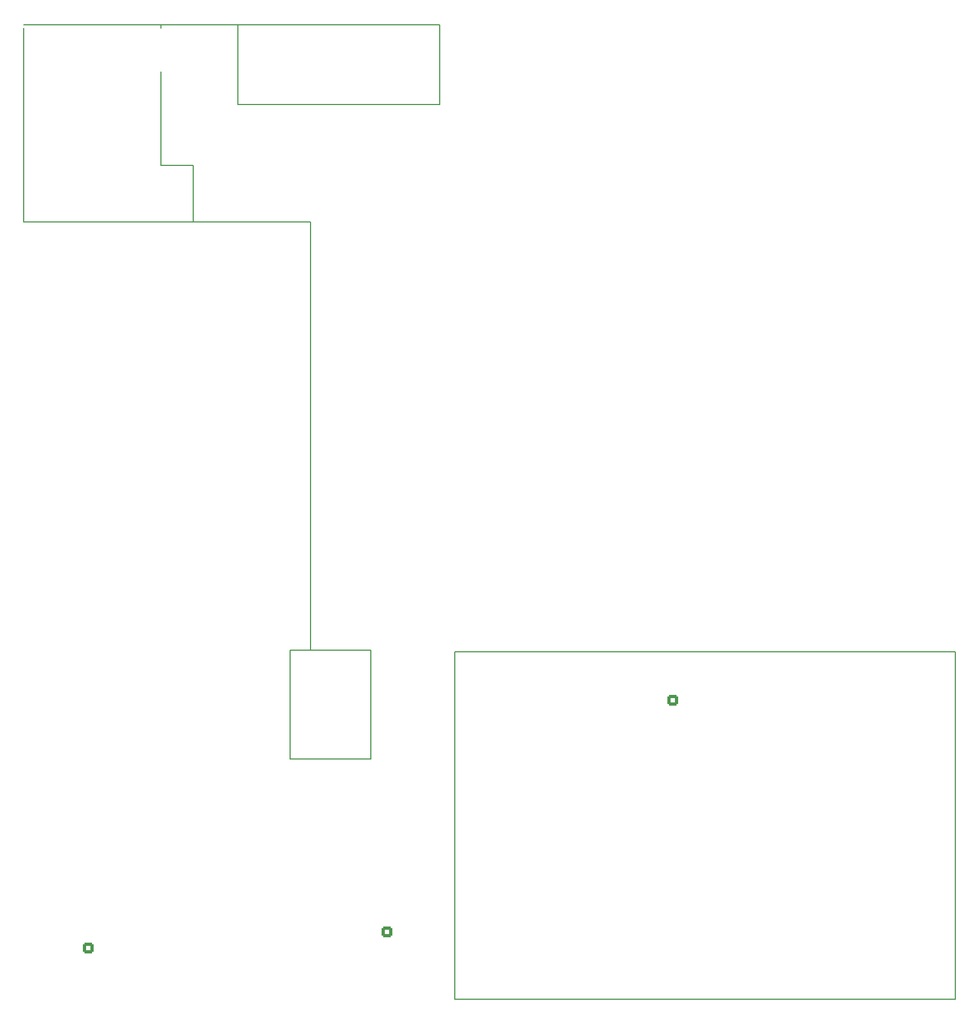
<source format=gbr>
%TF.GenerationSoftware,KiCad,Pcbnew,(6.0.5)*%
%TF.CreationDate,2023-01-24T13:05:23+01:00*%
%TF.ProjectId,Panel,50616e65-6c2e-46b6-9963-61645f706362,rev?*%
%TF.SameCoordinates,Original*%
%TF.FileFunction,Legend,Bot*%
%TF.FilePolarity,Positive*%
%FSLAX46Y46*%
G04 Gerber Fmt 4.6, Leading zero omitted, Abs format (unit mm)*
G04 Created by KiCad (PCBNEW (6.0.5)) date 2023-01-24 13:05:23*
%MOMM*%
%LPD*%
G01*
G04 APERTURE LIST*
G04 Aperture macros list*
%AMRoundRect*
0 Rectangle with rounded corners*
0 $1 Rounding radius*
0 $2 $3 $4 $5 $6 $7 $8 $9 X,Y pos of 4 corners*
0 Add a 4 corners polygon primitive as box body*
4,1,4,$2,$3,$4,$5,$6,$7,$8,$9,$2,$3,0*
0 Add four circle primitives for the rounded corners*
1,1,$1+$1,$2,$3*
1,1,$1+$1,$4,$5*
1,1,$1+$1,$6,$7*
1,1,$1+$1,$8,$9*
0 Add four rect primitives between the rounded corners*
20,1,$1+$1,$2,$3,$4,$5,0*
20,1,$1+$1,$4,$5,$6,$7,0*
20,1,$1+$1,$6,$7,$8,$9,0*
20,1,$1+$1,$8,$9,$2,$3,0*%
G04 Aperture macros list end*
%ADD10C,0.150000*%
%ADD11C,1.500000*%
%ADD12R,1.600000X1.600000*%
%ADD13O,1.600000X1.600000*%
%ADD14O,3.048000X1.850000*%
%ADD15C,2.700000*%
%ADD16C,3.000000*%
%ADD17C,1.600000*%
%ADD18R,2.500000X2.500000*%
%ADD19C,2.500000*%
%ADD20C,2.400000*%
%ADD21O,2.400000X2.400000*%
%ADD22R,1.500000X1.050000*%
%ADD23O,1.500000X1.050000*%
%ADD24R,2.400000X2.400000*%
%ADD25R,1.700000X1.700000*%
%ADD26O,1.700000X1.700000*%
%ADD27R,1.730000X2.030000*%
%ADD28O,1.730000X2.030000*%
%ADD29RoundRect,0.250000X0.600000X-0.600000X0.600000X0.600000X-0.600000X0.600000X-0.600000X-0.600000X0*%
%ADD30C,1.700000*%
%ADD31R,2.000000X1.905000*%
%ADD32O,2.000000X1.905000*%
%ADD33R,2.600000X1.800000*%
%ADD34O,2.600000X1.800000*%
%ADD35C,2.000000*%
%ADD36R,2.200000X2.200000*%
%ADD37O,2.200000X2.200000*%
%ADD38R,3.000000X3.000000*%
%ADD39C,2.600000*%
%ADD40C,2.340000*%
%ADD41C,1.000000*%
%ADD42RoundRect,0.250000X-0.600000X0.600000X-0.600000X-0.600000X0.600000X-0.600000X0.600000X0.600000X0*%
%ADD43O,2.200000X2.800000*%
G04 APERTURE END LIST*
D10*
X48641000Y-37846000D02*
X48641000Y-26670000D01*
X72136000Y-88646000D02*
X72136000Y-112776000D01*
X72136000Y-112776000D02*
X72136000Y-114046000D01*
X48641000Y-15748000D02*
X60706000Y-15748000D01*
X94869000Y-114300000D02*
X173609000Y-114300000D01*
X173609000Y-114300000D02*
X173609000Y-168910000D01*
X173609000Y-168910000D02*
X94869000Y-168910000D01*
X94869000Y-168910000D02*
X94869000Y-114300000D01*
X53721000Y-46736000D02*
X70866000Y-46736000D01*
X60706000Y-15748000D02*
X60706000Y-28321000D01*
X68961000Y-114046000D02*
X81661000Y-114046000D01*
X81661000Y-114046000D02*
X81661000Y-131191000D01*
X81661000Y-131191000D02*
X68961000Y-131191000D01*
X68961000Y-131191000D02*
X68961000Y-114046000D01*
X48641000Y-23749000D02*
X48641000Y-23114000D01*
X71501000Y-46736000D02*
X72136000Y-46736000D01*
X60706000Y-28321000D02*
X92456000Y-28321000D01*
X53721000Y-37846000D02*
X48641000Y-37846000D01*
X27051000Y-46736000D02*
X53721000Y-46736000D01*
X53721000Y-46736000D02*
X53721000Y-37846000D01*
X27051000Y-16256000D02*
X27051000Y-46736000D01*
X48641000Y-26670000D02*
X48641000Y-23749000D01*
X60706000Y-15748000D02*
X92456000Y-15748000D01*
X72136000Y-46736000D02*
X72136000Y-88646000D01*
X48641000Y-15748000D02*
X48641000Y-16256000D01*
X27051000Y-15748000D02*
X48641000Y-15748000D01*
X70866000Y-46736000D02*
X71501000Y-46736000D01*
X92456000Y-28321000D02*
X92456000Y-15748000D01*
%LPC*%
D11*
%TO.C,Y2*%
X25527000Y-94887000D03*
X25527000Y-90007000D03*
%TD*%
D12*
%TO.C,D7*%
X99441000Y-55880000D03*
D13*
X91821000Y-55880000D03*
%TD*%
D14*
%TO.C,SW3*%
X112549000Y-162560000D03*
X100049000Y-162560000D03*
X112549000Y-157560000D03*
X100049000Y-157560000D03*
%TD*%
D15*
%TO.C,F3*%
X142801000Y-41021000D03*
D16*
X154051000Y-41021000D03*
X131551000Y-41021000D03*
%TD*%
D17*
%TO.C,C28*%
X25761000Y-100330000D03*
X23261000Y-100330000D03*
%TD*%
D18*
%TO.C,J9*%
X165981000Y-80986000D03*
D19*
X165981000Y-75986000D03*
%TD*%
D20*
%TO.C,R17*%
X133731000Y-81031000D03*
D21*
X133731000Y-50551000D03*
%TD*%
D20*
%TO.C,R9*%
X82926000Y-88646000D03*
D21*
X113406000Y-88646000D03*
%TD*%
D12*
%TO.C,D4*%
X88773000Y-112014000D03*
D13*
X81153000Y-112014000D03*
%TD*%
D14*
%TO.C,SW8*%
X140489000Y-134620000D03*
X127989000Y-134620000D03*
X140489000Y-129620000D03*
X127989000Y-129620000D03*
%TD*%
D18*
%TO.C,J8*%
X165981000Y-93686000D03*
D19*
X165981000Y-88686000D03*
%TD*%
D22*
%TO.C,Q2*%
X89281000Y-44196000D03*
D23*
X89281000Y-42926000D03*
X89281000Y-41656000D03*
%TD*%
D14*
%TO.C,SW6*%
X150649000Y-148590000D03*
X138149000Y-148590000D03*
X150649000Y-143590000D03*
X138149000Y-143590000D03*
%TD*%
D24*
%TO.C,C14*%
X150241000Y-101129959D03*
D20*
X150241000Y-96129959D03*
%TD*%
D25*
%TO.C,J4*%
X54488000Y-33005000D03*
D26*
X51948000Y-33005000D03*
X54488000Y-30465000D03*
X51948000Y-30465000D03*
X54488000Y-27925000D03*
X51948000Y-27925000D03*
%TD*%
D18*
%TO.C,J7*%
X165981000Y-106386000D03*
D19*
X165981000Y-101386000D03*
%TD*%
D17*
%TO.C,F1*%
X73787000Y-72136000D03*
D13*
X73787000Y-59436000D03*
%TD*%
D27*
%TO.C,J5*%
X37891000Y-19691000D03*
D28*
X40431000Y-19691000D03*
X42971000Y-19691000D03*
%TD*%
D29*
%TO.C,J13*%
X129154000Y-121965000D03*
D30*
X129154000Y-119425000D03*
X131694000Y-121965000D03*
X131694000Y-119425000D03*
X134234000Y-121965000D03*
X134234000Y-119425000D03*
X136774000Y-121965000D03*
X136774000Y-119425000D03*
X139314000Y-121965000D03*
X139314000Y-119425000D03*
%TD*%
D31*
%TO.C,U3*%
X103576000Y-65786000D03*
D32*
X103576000Y-68326000D03*
X103576000Y-70866000D03*
%TD*%
D29*
%TO.C,J12*%
X37211000Y-160899500D03*
D30*
X37211000Y-158359500D03*
X39751000Y-160899500D03*
X39751000Y-158359500D03*
X42291000Y-160899500D03*
X42291000Y-158359500D03*
X44831000Y-160899500D03*
X44831000Y-158359500D03*
X47371000Y-160899500D03*
X47371000Y-158359500D03*
%TD*%
D15*
%TO.C,F2*%
X142801000Y-28956000D03*
D16*
X154051000Y-28956000D03*
X131551000Y-28956000D03*
%TD*%
D14*
%TO.C,SW2*%
X112549000Y-148590000D03*
X100049000Y-148590000D03*
X112549000Y-143590000D03*
X100049000Y-143590000D03*
%TD*%
D19*
%TO.C,U5*%
X21309000Y-146942000D03*
X57309000Y-69442000D03*
X21309000Y-67942000D03*
X57309000Y-145442000D03*
D33*
X59309000Y-106222000D03*
D34*
X59309000Y-108762000D03*
X59309000Y-111302000D03*
X59309000Y-113842000D03*
X59309000Y-116382000D03*
X59309000Y-118922000D03*
X59309000Y-121462000D03*
X59309000Y-124002000D03*
X59309000Y-126542000D03*
X59309000Y-129082000D03*
X59309000Y-131622000D03*
X59309000Y-134162000D03*
X59306460Y-136707080D03*
X59309000Y-139242000D03*
X59309000Y-101142000D03*
X59306460Y-103687080D03*
%TD*%
D14*
%TO.C,SW5*%
X130329000Y-148590000D03*
X117829000Y-148590000D03*
X130329000Y-143590000D03*
X117829000Y-143590000D03*
%TD*%
D24*
%TO.C,C17*%
X150241000Y-59219959D03*
D20*
X150241000Y-54219959D03*
%TD*%
D17*
%TO.C,C27*%
X23261000Y-84328000D03*
X25761000Y-84328000D03*
%TD*%
D24*
%TO.C,C15*%
X150241000Y-87159959D03*
D20*
X150241000Y-82159959D03*
%TD*%
D18*
%TO.C,J2*%
X165981000Y-42056000D03*
D19*
X165981000Y-37056000D03*
%TD*%
D22*
%TO.C,U9*%
X80666000Y-51181000D03*
D23*
X80666000Y-52451000D03*
X80666000Y-53721000D03*
%TD*%
D12*
%TO.C,C23*%
X86995000Y-139066651D03*
D17*
X86995000Y-135566651D03*
%TD*%
D18*
%TO.C,J10*%
X165981000Y-68286000D03*
D19*
X165981000Y-63286000D03*
%TD*%
D31*
%TO.C,U2*%
X119288500Y-65786000D03*
D32*
X119288500Y-68326000D03*
X119288500Y-70866000D03*
%TD*%
D17*
%TO.C,F5*%
X96901000Y-18796000D03*
D13*
X109601000Y-18796000D03*
%TD*%
D14*
%TO.C,SW1*%
X112549000Y-134620000D03*
X100049000Y-134620000D03*
X112549000Y-129620000D03*
X100049000Y-129620000D03*
%TD*%
D22*
%TO.C,Q1*%
X81259000Y-105918000D03*
D23*
X81259000Y-104648000D03*
X81259000Y-103378000D03*
%TD*%
D18*
%TO.C,J11*%
X165981000Y-55586000D03*
D19*
X165981000Y-50586000D03*
%TD*%
D35*
%TO.C,SW10*%
X29031000Y-156174000D03*
X22531000Y-156174000D03*
X29031000Y-151674000D03*
X22531000Y-151674000D03*
%TD*%
D14*
%TO.C,SW7*%
X168429000Y-148590000D03*
X155929000Y-148590000D03*
X168429000Y-143590000D03*
X155929000Y-143590000D03*
%TD*%
%TO.C,SW9*%
X140489000Y-162560000D03*
X127989000Y-162560000D03*
X140489000Y-157560000D03*
X127989000Y-157560000D03*
%TD*%
%TO.C,SW4*%
X168429000Y-162560000D03*
X155929000Y-162560000D03*
X168429000Y-157560000D03*
X155929000Y-157560000D03*
%TD*%
D12*
%TO.C,C35*%
X74676000Y-47685888D03*
D17*
X74676000Y-49685888D03*
%TD*%
D36*
%TO.C,D8*%
X30861000Y-39370000D03*
D37*
X30861000Y-29210000D03*
%TD*%
D22*
%TO.C,Q3*%
X38375000Y-41275000D03*
D23*
X38375000Y-42545000D03*
X38375000Y-43815000D03*
%TD*%
D16*
%TO.C,K1*%
X107733500Y-100178500D03*
X102733500Y-107678500D03*
X112733500Y-107678500D03*
D38*
X87733500Y-100178500D03*
D16*
X87733500Y-107678500D03*
%TD*%
D39*
%TO.C,L1*%
X41021000Y-31536000D03*
X41021000Y-36536000D03*
%TD*%
D40*
%TO.C,RV1*%
X63540000Y-139257000D03*
X68540000Y-141757000D03*
X63540000Y-144257000D03*
%TD*%
D16*
%TO.C,K2*%
X116623500Y-50528500D03*
X116623500Y-43028500D03*
X111623500Y-50528500D03*
X111623500Y-43028500D03*
X121623500Y-43028500D03*
X121623500Y-50528500D03*
D38*
X96623500Y-43028500D03*
D16*
X96623500Y-50528500D03*
%TD*%
D22*
%TO.C,Q5*%
X89281000Y-32766000D03*
D23*
X89281000Y-31496000D03*
X89281000Y-30226000D03*
%TD*%
D12*
%TO.C,C18*%
X74676000Y-55946113D03*
D17*
X74676000Y-53946113D03*
%TD*%
D12*
%TO.C,C22*%
X86741000Y-148972651D03*
D17*
X86741000Y-145472651D03*
%TD*%
D41*
%TO.C,Y1*%
X26731000Y-50716000D03*
X24831000Y-50716000D03*
%TD*%
D15*
%TO.C,F4*%
X122301000Y-97716000D03*
D16*
X122301000Y-108966000D03*
X122301000Y-86466000D03*
%TD*%
%TO.C,K3*%
X116623500Y-31478500D03*
X116623500Y-23978500D03*
X111623500Y-31478500D03*
X111623500Y-23978500D03*
X121623500Y-31478500D03*
X121623500Y-23978500D03*
D38*
X96623500Y-23978500D03*
D16*
X96623500Y-31478500D03*
%TD*%
D42*
%TO.C,J14*%
X84201000Y-158378500D03*
D30*
X84201000Y-160918500D03*
X81661000Y-158378500D03*
X81661000Y-160918500D03*
X79121000Y-158378500D03*
X79121000Y-160918500D03*
X76581000Y-158378500D03*
X76581000Y-160918500D03*
X74041000Y-158378500D03*
X74041000Y-160918500D03*
X71501000Y-158378500D03*
X71501000Y-160918500D03*
X68961000Y-158378500D03*
X68961000Y-160918500D03*
X66421000Y-158378500D03*
X66421000Y-160918500D03*
X63881000Y-158378500D03*
X63881000Y-160918500D03*
X61341000Y-158378500D03*
X61341000Y-160918500D03*
%TD*%
D31*
%TO.C,D15*%
X78796000Y-127762000D03*
D32*
X78796000Y-125222000D03*
X78796000Y-122682000D03*
%TD*%
D43*
%TO.C,BT1*%
X21814500Y-22886000D03*
X21814500Y-32586000D03*
X25214500Y-27586000D03*
%TD*%
D18*
%TO.C,J1*%
X165989000Y-28956000D03*
D19*
X165989000Y-23956000D03*
%TD*%
D12*
%TO.C,D11*%
X99441000Y-36576000D03*
D13*
X91821000Y-36576000D03*
%TD*%
D22*
%TO.C,Q4*%
X45191000Y-43815000D03*
D23*
X45191000Y-42545000D03*
X45191000Y-41275000D03*
%TD*%
D24*
%TO.C,C16*%
X150241000Y-73189959D03*
D20*
X150241000Y-68189959D03*
%TD*%
D31*
%TO.C,U4*%
X86903500Y-65786000D03*
D32*
X86903500Y-68326000D03*
X86903500Y-70866000D03*
%TD*%
M02*

</source>
